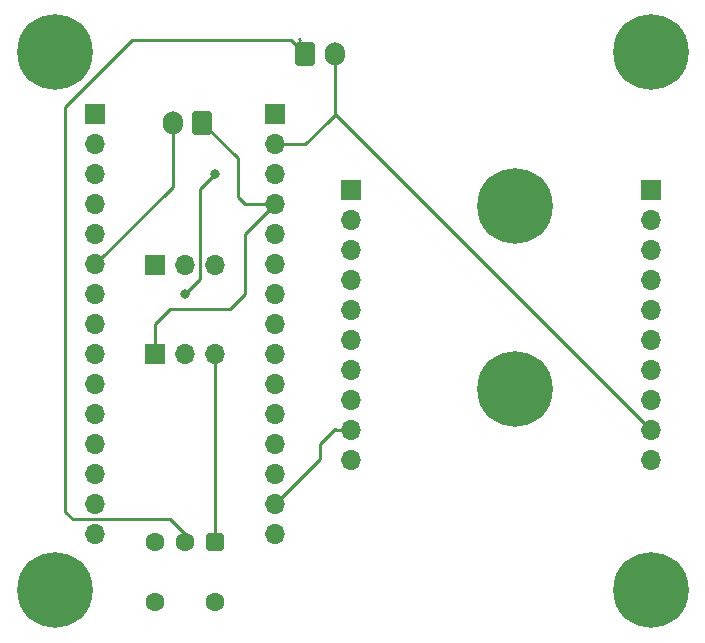
<source format=gbr>
%TF.GenerationSoftware,KiCad,Pcbnew,(6.0.8)*%
%TF.CreationDate,2022-10-07T10:45:27+09:00*%
%TF.ProjectId,Transmitter,5472616e-736d-4697-9474-65722e6b6963,rev?*%
%TF.SameCoordinates,Original*%
%TF.FileFunction,Copper,L1,Top*%
%TF.FilePolarity,Positive*%
%FSLAX46Y46*%
G04 Gerber Fmt 4.6, Leading zero omitted, Abs format (unit mm)*
G04 Created by KiCad (PCBNEW (6.0.8)) date 2022-10-07 10:45:27*
%MOMM*%
%LPD*%
G01*
G04 APERTURE LIST*
G04 Aperture macros list*
%AMRoundRect*
0 Rectangle with rounded corners*
0 $1 Rounding radius*
0 $2 $3 $4 $5 $6 $7 $8 $9 X,Y pos of 4 corners*
0 Add a 4 corners polygon primitive as box body*
4,1,4,$2,$3,$4,$5,$6,$7,$8,$9,$2,$3,0*
0 Add four circle primitives for the rounded corners*
1,1,$1+$1,$2,$3*
1,1,$1+$1,$4,$5*
1,1,$1+$1,$6,$7*
1,1,$1+$1,$8,$9*
0 Add four rect primitives between the rounded corners*
20,1,$1+$1,$2,$3,$4,$5,0*
20,1,$1+$1,$4,$5,$6,$7,0*
20,1,$1+$1,$6,$7,$8,$9,0*
20,1,$1+$1,$8,$9,$2,$3,0*%
G04 Aperture macros list end*
%TA.AperFunction,ComponentPad*%
%ADD10R,1.700000X1.700000*%
%TD*%
%TA.AperFunction,ComponentPad*%
%ADD11O,1.700000X1.700000*%
%TD*%
%TA.AperFunction,ComponentPad*%
%ADD12RoundRect,0.250000X-0.600000X-0.750000X0.600000X-0.750000X0.600000X0.750000X-0.600000X0.750000X0*%
%TD*%
%TA.AperFunction,ComponentPad*%
%ADD13O,1.700000X2.000000*%
%TD*%
%TA.AperFunction,ComponentPad*%
%ADD14RoundRect,0.250000X0.600000X0.750000X-0.600000X0.750000X-0.600000X-0.750000X0.600000X-0.750000X0*%
%TD*%
%TA.AperFunction,ComponentPad*%
%ADD15C,0.800000*%
%TD*%
%TA.AperFunction,ComponentPad*%
%ADD16C,6.400000*%
%TD*%
%TA.AperFunction,ComponentPad*%
%ADD17C,1.600000*%
%TD*%
%TA.AperFunction,ComponentPad*%
%ADD18RoundRect,0.400000X0.400000X-0.400000X0.400000X0.400000X-0.400000X0.400000X-0.400000X-0.400000X0*%
%TD*%
%TA.AperFunction,ViaPad*%
%ADD19C,0.800000*%
%TD*%
%TA.AperFunction,Conductor*%
%ADD20C,0.250000*%
%TD*%
G04 APERTURE END LIST*
D10*
%TO.P,J4,1*%
%TO.N,Net-(J4-Pad1)*%
X171475000Y-85120000D03*
D11*
%TO.P,J4,2*%
%TO.N,Net-(J4-Pad2)*%
X171475000Y-87660000D03*
%TO.P,J4,3*%
%TO.N,TX*%
X171475000Y-90200000D03*
%TO.P,J4,4*%
%TO.N,Net-(J4-Pad4)*%
X171475000Y-92740000D03*
%TO.P,J4,5*%
%TO.N,Net-(J4-Pad5)*%
X171475000Y-95280000D03*
%TO.P,J4,6*%
%TO.N,Net-(J4-Pad6)*%
X171475000Y-97820000D03*
%TO.P,J4,7*%
%TO.N,Net-(J4-Pad7)*%
X171475000Y-100360000D03*
%TO.P,J4,8*%
%TO.N,Net-(J4-Pad8)*%
X171475000Y-102900000D03*
%TO.P,J4,9*%
%TO.N,GND*%
X171475000Y-105440000D03*
%TO.P,J4,10*%
%TO.N,Net-(J4-Pad10)*%
X171475000Y-107980000D03*
%TD*%
D10*
%TO.P,J3,1*%
%TO.N,Net-(J3-Pad1)*%
X146075000Y-85120000D03*
D11*
%TO.P,J3,2*%
%TO.N,Net-(J3-Pad2)*%
X146075000Y-87660000D03*
%TO.P,J3,3*%
%TO.N,Net-(J3-Pad3)*%
X146075000Y-90200000D03*
%TO.P,J3,4*%
%TO.N,RX*%
X146075000Y-92740000D03*
%TO.P,J3,5*%
%TO.N,Net-(J3-Pad5)*%
X146075000Y-95280000D03*
%TO.P,J3,6*%
%TO.N,Net-(J3-Pad6)*%
X146075000Y-97820000D03*
%TO.P,J3,7*%
%TO.N,Net-(J3-Pad7)*%
X146075000Y-100360000D03*
%TO.P,J3,8*%
%TO.N,Net-(J3-Pad8)*%
X146075000Y-102900000D03*
%TO.P,J3,9*%
%TO.N,+3V3*%
X146075000Y-105440000D03*
%TO.P,J3,10*%
%TO.N,Net-(J3-Pad10)*%
X146075000Y-107980000D03*
%TD*%
D12*
%TO.P,J5,1*%
%TO.N,PW_IN*%
X142240000Y-73660000D03*
D13*
%TO.P,J5,2*%
%TO.N,GND*%
X144740000Y-73660000D03*
%TD*%
D10*
%TO.P,J1,1*%
%TO.N,TX*%
X124460000Y-78740000D03*
D11*
%TO.P,J1,2*%
%TO.N,RX*%
X124460000Y-81280000D03*
%TO.P,J1,3*%
%TO.N,Net-(J1-Pad3)*%
X124460000Y-83820000D03*
%TO.P,J1,4*%
%TO.N,Net-(J1-Pad4)*%
X124460000Y-86360000D03*
%TO.P,J1,5*%
%TO.N,Net-(J1-Pad5)*%
X124460000Y-88900000D03*
%TO.P,J1,6*%
%TO.N,ESS_IN*%
X124460000Y-91440000D03*
%TO.P,J1,7*%
%TO.N,Net-(J1-Pad7)*%
X124460000Y-93980000D03*
%TO.P,J1,8*%
%TO.N,Net-(J1-Pad8)*%
X124460000Y-96520000D03*
%TO.P,J1,9*%
%TO.N,Net-(J1-Pad9)*%
X124460000Y-99060000D03*
%TO.P,J1,10*%
%TO.N,Net-(J1-Pad10)*%
X124460000Y-101600000D03*
%TO.P,J1,11*%
%TO.N,Net-(J1-Pad11)*%
X124460000Y-104140000D03*
%TO.P,J1,12*%
%TO.N,Net-(J1-Pad12)*%
X124460000Y-106680000D03*
%TO.P,J1,13*%
%TO.N,Net-(J1-Pad13)*%
X124460000Y-109220000D03*
%TO.P,J1,14*%
%TO.N,Net-(J1-Pad14)*%
X124460000Y-111760000D03*
%TO.P,J1,15*%
%TO.N,Net-(J1-Pad15)*%
X124460000Y-114300000D03*
%TD*%
D14*
%TO.P,ESS,1*%
%TO.N,+5V*%
X133500000Y-79450000D03*
D13*
%TO.P,ESS,2*%
%TO.N,ESS_IN*%
X131000000Y-79450000D03*
%TD*%
D15*
%TO.P,REF\u002A\u002A,1*%
%TO.N,N/C*%
X119302944Y-117302944D03*
X118600000Y-119000000D03*
D16*
X121000000Y-119000000D03*
D15*
X119302944Y-120697056D03*
X122697056Y-117302944D03*
X121000000Y-116600000D03*
X122697056Y-120697056D03*
X121000000Y-121400000D03*
X123400000Y-119000000D03*
%TD*%
%TO.P,REF\u002A\u002A,1*%
%TO.N,N/C*%
X169802944Y-117302944D03*
X171500000Y-116600000D03*
X173197056Y-120697056D03*
X171500000Y-121400000D03*
X169802944Y-120697056D03*
X169100000Y-119000000D03*
X173900000Y-119000000D03*
D16*
X171500000Y-119000000D03*
D15*
X173197056Y-117302944D03*
%TD*%
D17*
%TO.P,SW1,3*%
%TO.N,Net-(SW1-Pad3)*%
X129540000Y-114910000D03*
%TO.P,SW1,2*%
%TO.N,PW_IN*%
X132080000Y-114910000D03*
D18*
%TO.P,SW1,1*%
%TO.N,VCC*%
X134620000Y-114910000D03*
D17*
%TO.P,SW1,*%
%TO.N,*%
X129540000Y-119990000D03*
X134620000Y-119990000D03*
%TD*%
D10*
%TO.P,J2,1*%
%TO.N,Net-(J2-Pad1)*%
X139700000Y-78740000D03*
D11*
%TO.P,J2,2*%
%TO.N,GND*%
X139700000Y-81280000D03*
%TO.P,J2,3*%
%TO.N,Net-(J2-Pad3)*%
X139700000Y-83820000D03*
%TO.P,J2,4*%
%TO.N,+5V*%
X139700000Y-86360000D03*
%TO.P,J2,5*%
%TO.N,Net-(J2-Pad5)*%
X139700000Y-88900000D03*
%TO.P,J2,6*%
%TO.N,Net-(J2-Pad6)*%
X139700000Y-91440000D03*
%TO.P,J2,7*%
%TO.N,Net-(J2-Pad7)*%
X139700000Y-93980000D03*
%TO.P,J2,8*%
%TO.N,Net-(J2-Pad8)*%
X139700000Y-96520000D03*
%TO.P,J2,9*%
%TO.N,Net-(J2-Pad9)*%
X139700000Y-99060000D03*
%TO.P,J2,10*%
%TO.N,Net-(J2-Pad10)*%
X139700000Y-101600000D03*
%TO.P,J2,11*%
%TO.N,Net-(J2-Pad11)*%
X139700000Y-104140000D03*
%TO.P,J2,12*%
%TO.N,Net-(J2-Pad12)*%
X139700000Y-106680000D03*
%TO.P,J2,13*%
%TO.N,Net-(J2-Pad13)*%
X139700000Y-109220000D03*
%TO.P,J2,14*%
%TO.N,+3V3*%
X139700000Y-111760000D03*
%TO.P,J2,15*%
%TO.N,Net-(J2-Pad15)*%
X139700000Y-114300000D03*
%TD*%
D16*
%TO.P,REF\u002A\u002A,1*%
%TO.N,N/C*%
X121000000Y-73500000D03*
D15*
X122697056Y-71802944D03*
X121000000Y-75900000D03*
X118600000Y-73500000D03*
X119302944Y-75197056D03*
X121000000Y-71100000D03*
X122697056Y-75197056D03*
X119302944Y-71802944D03*
X123400000Y-73500000D03*
%TD*%
%TO.P,REF\u002A\u002A,1*%
%TO.N,N/C*%
X160000000Y-84100000D03*
X158302944Y-84802944D03*
D16*
X160000000Y-86500000D03*
D15*
X161697056Y-88197056D03*
X160000000Y-88900000D03*
X157600000Y-86500000D03*
X158302944Y-88197056D03*
X162400000Y-86500000D03*
X161697056Y-84802944D03*
%TD*%
%TO.P,REF\u002A\u002A,1*%
%TO.N,N/C*%
X161697056Y-100302944D03*
X162400000Y-102000000D03*
X158302944Y-103697056D03*
X160000000Y-104400000D03*
X160000000Y-99600000D03*
X158302944Y-100302944D03*
X157600000Y-102000000D03*
X161697056Y-103697056D03*
D16*
X160000000Y-102000000D03*
%TD*%
D15*
%TO.P,REF\u002A\u002A,1*%
%TO.N,N/C*%
X173197056Y-71802944D03*
X169802944Y-75197056D03*
X169802944Y-71802944D03*
X169100000Y-73500000D03*
D16*
X171500000Y-73500000D03*
D15*
X171500000Y-71100000D03*
X173900000Y-73500000D03*
X173197056Y-75197056D03*
X171500000Y-75900000D03*
%TD*%
D10*
%TO.P,J8,1*%
%TO.N,+5V*%
X129540000Y-99070000D03*
D11*
%TO.P,J8,2*%
%TO.N,GND*%
X132080000Y-99070000D03*
%TO.P,J8,3*%
%TO.N,VCC*%
X134620000Y-99070000D03*
%TD*%
D10*
%TO.P,J7,1*%
%TO.N,Net-(J7-Pad1)*%
X129540000Y-91465000D03*
D11*
%TO.P,J7,2*%
%TO.N,Net-(J7-Pad2)*%
X132080000Y-91465000D03*
%TO.P,J7,3*%
%TO.N,Net-(J7-Pad3)*%
X134620000Y-91465000D03*
%TD*%
D19*
%TO.N,GND*%
X134620000Y-83820000D03*
X132080000Y-93980000D03*
%TD*%
D20*
%TO.N,GND*%
X144815000Y-78780000D02*
X147317500Y-81282500D01*
X144740000Y-78780000D02*
X144815000Y-78780000D01*
X171475000Y-105440000D02*
X147317500Y-81282500D01*
X147317500Y-81282500D02*
X147315000Y-81280000D01*
X144740000Y-73660000D02*
X144740000Y-78780000D01*
X144740000Y-78780000D02*
X144250000Y-79270000D01*
%TO.N,PW_IN*%
X141055000Y-72475000D02*
X127550000Y-72475000D01*
X142240000Y-73660000D02*
X141055000Y-72475000D01*
%TO.N,GND*%
X132080000Y-93980000D02*
X133350000Y-92710000D01*
X142240000Y-81280000D02*
X139700000Y-81280000D01*
X133350000Y-87630000D02*
X133350000Y-85090000D01*
X133350000Y-85090000D02*
X134620000Y-83820000D01*
X144250000Y-79270000D02*
X142240000Y-81280000D01*
X133350000Y-92710000D02*
X133350000Y-87630000D01*
%TO.N,+5V*%
X136525000Y-85725000D02*
X137160000Y-86360000D01*
X130810000Y-95250000D02*
X129540000Y-96520000D01*
X129540000Y-96520000D02*
X129540000Y-99070000D01*
X137160000Y-93980000D02*
X135890000Y-95250000D01*
X139700000Y-86360000D02*
X137160000Y-88900000D01*
X135890000Y-95250000D02*
X130810000Y-95250000D01*
X137160000Y-86360000D02*
X139700000Y-86360000D01*
X137160000Y-88900000D02*
X137160000Y-93980000D01*
X136525000Y-82475000D02*
X136525000Y-85725000D01*
X133500000Y-79450000D02*
X136525000Y-82475000D01*
%TO.N,+3V3*%
X144780000Y-105410000D02*
X144810000Y-105440000D01*
X139700000Y-111760000D02*
X143510000Y-107950000D01*
X143510000Y-107950000D02*
X143510000Y-106680000D01*
X144810000Y-105440000D02*
X146075000Y-105440000D01*
X143510000Y-106680000D02*
X144780000Y-105410000D01*
%TO.N,PW_IN*%
X122555000Y-113030000D02*
X130810000Y-113030000D01*
X121920000Y-112395000D02*
X122555000Y-113030000D01*
X130810000Y-113030000D02*
X132080000Y-114300000D01*
X141750000Y-72475000D02*
X141665000Y-72390000D01*
X121920000Y-78105000D02*
X121920000Y-112395000D01*
X127550000Y-72475000D02*
X121920000Y-78105000D01*
X132080000Y-114300000D02*
X132080000Y-114910000D01*
%TO.N,ESS_IN*%
X124460000Y-91440000D02*
X131000000Y-84900000D01*
X131000000Y-84900000D02*
X131000000Y-79450000D01*
%TO.N,VCC*%
X134620000Y-114910000D02*
X134620000Y-99070000D01*
%TD*%
M02*

</source>
